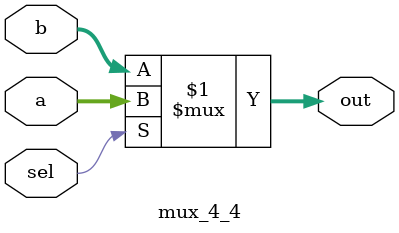
<source format=v>
`ifndef MUX_V
`define MUX_V
module mux_16_32(
    input [15:0] in_16,
    input sel,
    output  [31:0]out_32,
    output  [1:0]en_2
);

assign out_32[31:16] = in_16; 
assign en_2 = sel ?2'b01: 2'b10;
assign out_32[15:0]	= in_16;

endmodule

module mux_32_32(
    input [31:0]a,
    input [31:0]b,
    input sel,
    output [31:0]out);

assign out = sel ? a : b;

endmodule

module mux_4_4(
    input [3:0]a,
    input [3:0]b,
    input sel,
    output [3:0]out);
assign out = sel ? a : b;
endmodule
`endif

</source>
